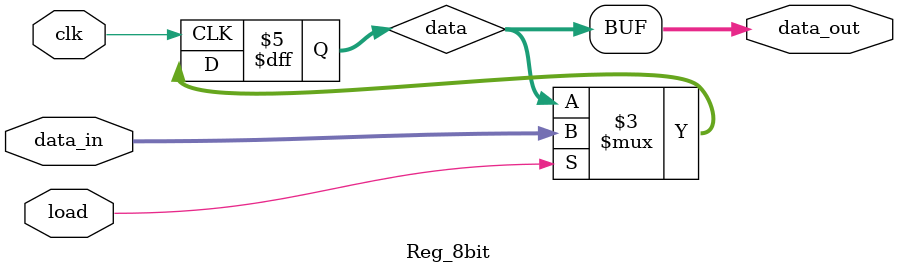
<source format=v>
`timescale 1ns / 1ps
module Reg_8bit(clk, load, data_in, data_out);
	input		clk, load;
	input 	[7:0] data_in;
	output	[7:0] data_out;
	reg		[7:0] data = 0;
	always@(posedge clk) if(load) data<=data_in;
	assign data_out = data;
endmodule

</source>
